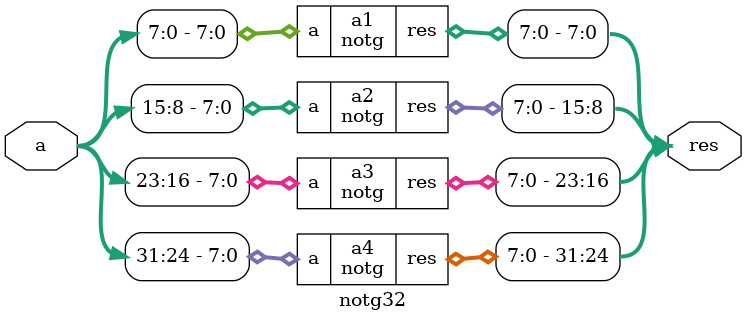
<source format=v>
`timescale 1ns / 1ps

module notg(
    input [7:0] a,
    output [7:0] res
);
    not g1(res[0],a[0]);
    not g2(res[1],a[1]);
    not g3(res[2],a[2]);
    not g4(res[3],a[3]);
    not g5(res[4],a[4]);
    not g6(res[5],a[5]);
    not g7(res[6],a[6]);
    not g8(res[7],a[7]);
endmodule

module notg32(
    input [31:0] a,
    output [31:0] res
);
    notg a1(a[7:0],res[7:0]);
    notg a2(a[15:8],res[15:8]);
    notg a3(a[23:16],res[23:16]);
    notg a4(a[31:24],res[31:24]);
endmodule

</source>
